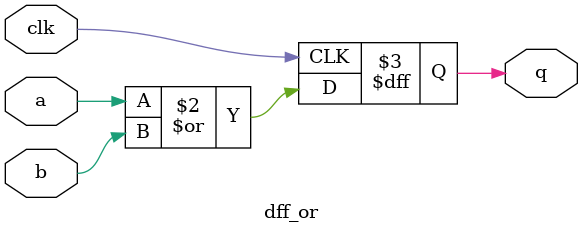
<source format=v>
module dff_or(q, a, b, clk);
output q;
input a, b, clk;
reg q;

always @(posedge clk)
begin
	q = a | b;
end

endmodule

</source>
